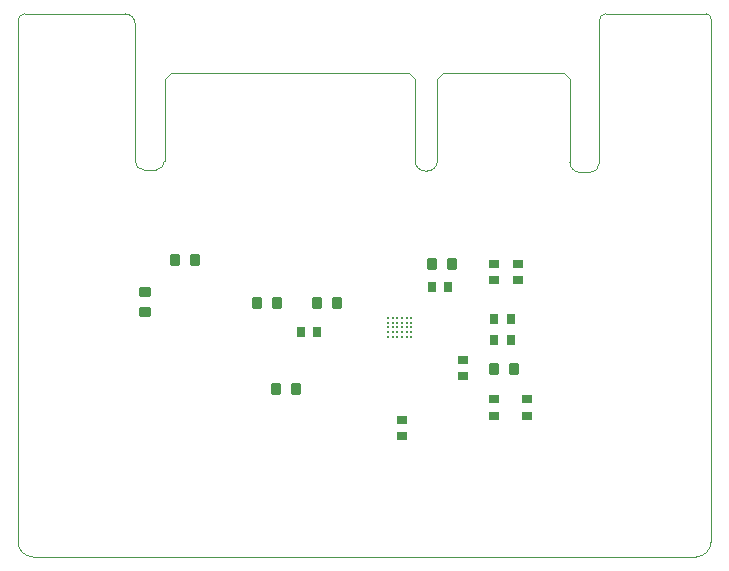
<source format=gtp>
G04*
G04 #@! TF.GenerationSoftware,Altium Limited,Altium Designer,22.0.2 (36)*
G04*
G04 Layer_Color=8421504*
%FSLAX25Y25*%
%MOIN*%
G70*
G04*
G04 #@! TF.SameCoordinates,DCB022B7-7615-43C5-B040-C09427D0DDE0*
G04*
G04*
G04 #@! TF.FilePolarity,Positive*
G04*
G01*
G75*
%ADD11C,0.00394*%
%ADD15C,0.00397*%
G04:AMPARAMS|DCode=16|XSize=39.37mil|YSize=35.43mil|CornerRadius=4.43mil|HoleSize=0mil|Usage=FLASHONLY|Rotation=270.000|XOffset=0mil|YOffset=0mil|HoleType=Round|Shape=RoundedRectangle|*
%AMROUNDEDRECTD16*
21,1,0.03937,0.02657,0,0,270.0*
21,1,0.03051,0.03543,0,0,270.0*
1,1,0.00886,-0.01329,-0.01526*
1,1,0.00886,-0.01329,0.01526*
1,1,0.00886,0.01329,0.01526*
1,1,0.00886,0.01329,-0.01526*
%
%ADD16ROUNDEDRECTD16*%
%ADD17R,0.02953X0.03740*%
%ADD18C,0.00945*%
%ADD19R,0.03740X0.02953*%
G04:AMPARAMS|DCode=20|XSize=39.37mil|YSize=35.43mil|CornerRadius=4.43mil|HoleSize=0mil|Usage=FLASHONLY|Rotation=180.000|XOffset=0mil|YOffset=0mil|HoleType=Round|Shape=RoundedRectangle|*
%AMROUNDEDRECTD20*
21,1,0.03937,0.02657,0,0,180.0*
21,1,0.03051,0.03543,0,0,180.0*
1,1,0.00886,-0.01526,0.01329*
1,1,0.00886,0.01526,0.01329*
1,1,0.00886,0.01526,-0.01329*
1,1,0.00886,-0.01526,-0.01329*
%
%ADD20ROUNDEDRECTD20*%
D11*
X39933Y328964D02*
G03*
X36614Y332283I-3319J0D01*
G01*
X3150Y332283D02*
G03*
X886Y330020I0J-2264D01*
G01*
X231886Y327354D02*
G03*
X231890Y327358I0J4D01*
G01*
Y330709D02*
G03*
X230315Y332283I-1575J0D01*
G01*
X196850D02*
G03*
X194658Y330091I0J-2193D01*
G01*
X3150Y332283D02*
X36614D01*
X39933Y290010D02*
Y328964D01*
X886Y325854D02*
Y330020D01*
X196850Y332283D02*
X230315D01*
X194658Y282453D02*
Y330091D01*
X184815Y282902D02*
Y290144D01*
X39933Y283208D02*
Y290010D01*
X49776Y283240D02*
Y290010D01*
X142689Y312634D02*
X182846D01*
X184815Y290144D02*
Y310665D01*
X49776Y290010D02*
Y310665D01*
X51744Y312634D01*
X131272D02*
X133240Y310665D01*
X140720D02*
X142689Y312634D01*
X182846D02*
X184815Y310665D01*
X51744Y312634D02*
X131272D01*
X133240Y283303D02*
Y310665D01*
X140720Y283303D02*
Y310665D01*
D15*
X191605Y279400D02*
G03*
X194658Y282453I0J3053D01*
G01*
X184815Y282902D02*
G03*
X188317Y279400I3501J0D01*
G01*
X137317Y279900D02*
G03*
X140720Y283303I0J3403D01*
G01*
X133240D02*
G03*
X136643Y279900I3403J0D01*
G01*
X46835Y280300D02*
G03*
X49776Y283240I0J2940D01*
G01*
X39933Y283208D02*
G03*
X42841Y280300I2908J0D01*
G01*
X886Y156300D02*
G03*
X5886Y151300I5000J0D01*
G01*
X226890D02*
G03*
X231890Y156300I0J5000D01*
G01*
X42841Y280300D02*
X46835D01*
X188317Y279400D02*
X191605D01*
X136643Y279900D02*
X137317D01*
X886Y156300D02*
Y325854D01*
X5886Y151300D02*
X89300D01*
X226890D01*
X231886Y330709D02*
X231886Y156296D01*
D16*
X159653Y214000D02*
D03*
X166347D02*
D03*
X93593Y207100D02*
D03*
X86900D02*
D03*
X60046Y250300D02*
D03*
X53354D02*
D03*
X145546Y248900D02*
D03*
X138854D02*
D03*
X87147Y236000D02*
D03*
X80453D02*
D03*
X100554D02*
D03*
X107246D02*
D03*
D17*
X165100Y223453D02*
D03*
X159588D02*
D03*
X165100Y230453D02*
D03*
X159588D02*
D03*
X100600Y226153D02*
D03*
X95088D02*
D03*
X138744Y241100D02*
D03*
X144256D02*
D03*
D18*
X132056Y230946D02*
D03*
Y229371D02*
D03*
Y227796D02*
D03*
Y226221D02*
D03*
Y224646D02*
D03*
X130482Y230946D02*
D03*
Y229371D02*
D03*
Y227796D02*
D03*
Y226221D02*
D03*
Y224646D02*
D03*
X128907Y230946D02*
D03*
Y229371D02*
D03*
Y227796D02*
D03*
Y226221D02*
D03*
Y224646D02*
D03*
X127332Y230946D02*
D03*
Y229371D02*
D03*
Y227796D02*
D03*
Y226221D02*
D03*
Y224646D02*
D03*
X125757Y230946D02*
D03*
Y229371D02*
D03*
Y227796D02*
D03*
Y226221D02*
D03*
Y224646D02*
D03*
X124182Y230946D02*
D03*
Y229371D02*
D03*
Y227796D02*
D03*
Y226221D02*
D03*
Y224646D02*
D03*
D19*
X170444Y203809D02*
D03*
Y198298D02*
D03*
X159444Y203809D02*
D03*
Y198298D02*
D03*
X128944Y196965D02*
D03*
Y191454D02*
D03*
X159544Y249009D02*
D03*
Y243498D02*
D03*
X167544Y248965D02*
D03*
Y243454D02*
D03*
X149144Y216910D02*
D03*
Y211398D02*
D03*
D20*
X43300Y232954D02*
D03*
Y239647D02*
D03*
M02*

</source>
